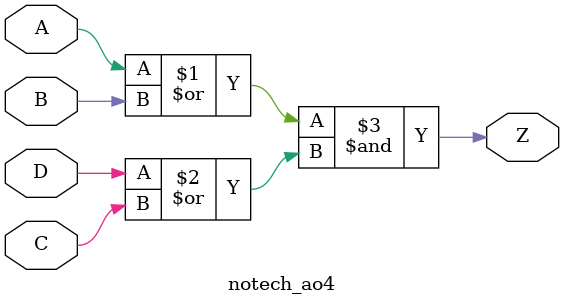
<source format=v>
module notech_ao4 (A,B,C,D,Z);
input A,B,C,D;
output Z;
assign Z=(A|B)&(D|C);
endmodule

</source>
